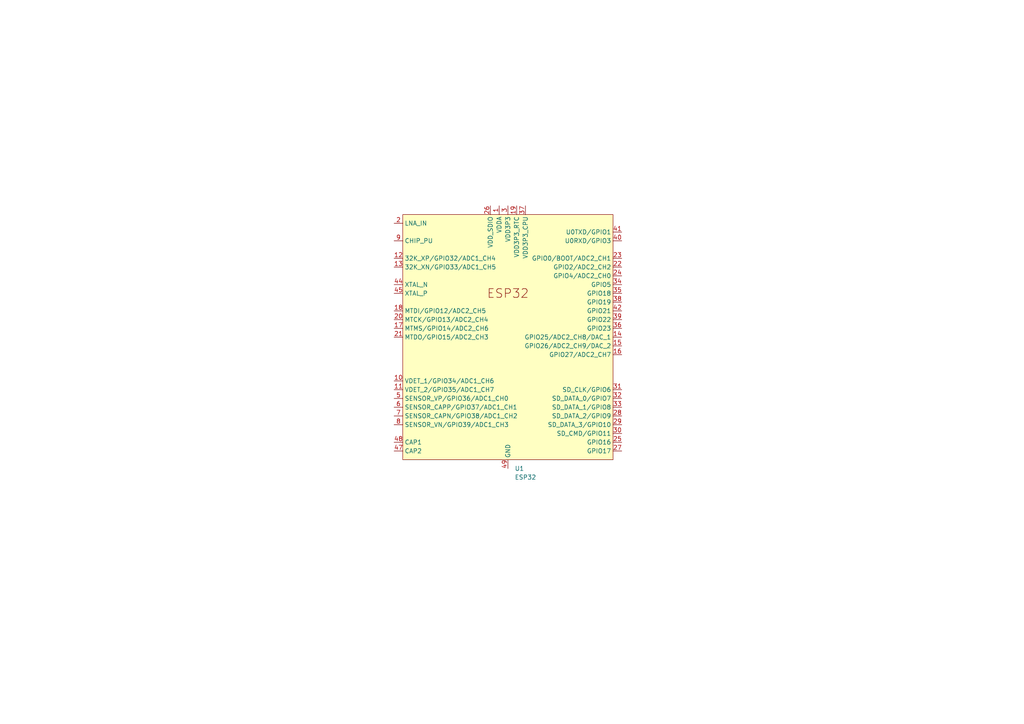
<source format=kicad_sch>
(kicad_sch (version 20230121) (generator eeschema)
  (paper "A4")
  (lib_symbols
    (symbol "Espressif:ESP32"
      (property "Reference" "U" (at -30.48 40.64 0))
      (property "Value" "ESP32" (at -30.48 38.1 0))
      (symbol "ESP32_0_0"
        (text "ESP32" (at 0 12.7 0) (effects (font (size 2.54 2.54))))
      )
      (symbol "ESP32_1_1"
        (rectangle (start -30.48 35.56) (end 30.48 -35.56) (fill (type background)))
        (pin power_in line (at -2.54 38.1 270) (length 2.54) (name "VDDA") (number "1"))
        (pin input line (at -33.02 -12.7 0) (length 2.54) (name "VDET_1/GPIO34/ADC1_CH6") (number "10"))
        (pin input line (at -33.02 -15.24 0) (length 2.54) (name "VDET_2/GPIO35/ADC1_CH7") (number "11"))
        (pin bidirectional line (at -33.02 22.86 0) (length 2.54) (name "32K_XP/GPIO32/ADC1_CH4") (number "12"))
        (pin bidirectional line (at -33.02 20.32 0) (length 2.54) (name "32K_XN/GPIO33/ADC1_CH5") (number "13"))
        (pin bidirectional line (at 33.02 0 180) (length 2.54) (name "GPIO25/ADC2_CH8/DAC_1") (number "14"))
        (pin bidirectional line (at 33.02 -2.54 180) (length 2.54) (name "GPIO26/ADC2_CH9/DAC_2") (number "15"))
        (pin bidirectional line (at 33.02 -5.08 180) (length 2.54) (name "GPIO27/ADC2_CH7") (number "16"))
        (pin bidirectional line (at -33.02 2.54 0) (length 2.54) (name "MTMS/GPIO14/ADC2_CH6") (number "17"))
        (pin bidirectional line (at -33.02 7.62 0) (length 2.54) (name "MTDI/GPIO12/ADC2_CH5") (number "18"))
        (pin power_in line (at 2.54 38.1 270) (length 2.54) (name "VDD3P3_RTC") (number "19"))
        (pin bidirectional line (at -33.02 33.02 0) (length 2.54) (name "LNA_IN") (number "2"))
        (pin bidirectional line (at -33.02 5.08 0) (length 2.54) (name "MTCK/GPIO13/ADC2_CH4") (number "20"))
        (pin bidirectional line (at -33.02 0 0) (length 2.54) (name "MTDO/GPIO15/ADC2_CH3") (number "21"))
        (pin bidirectional line (at 33.02 20.32 180) (length 2.54) (name "GPIO2/ADC2_CH2") (number "22"))
        (pin bidirectional line (at 33.02 22.86 180) (length 2.54) (name "GPIO0/BOOT/ADC2_CH1") (number "23"))
        (pin bidirectional line (at 33.02 17.78 180) (length 2.54) (name "GPIO4/ADC2_CH0") (number "24"))
        (pin bidirectional line (at 33.02 -30.48 180) (length 2.54) (name "GPIO16") (number "25"))
        (pin power_out line (at -5.08 38.1 270) (length 2.54) (name "VDD_SDIO") (number "26"))
        (pin bidirectional line (at 33.02 -33.02 180) (length 2.54) (name "GPIO17") (number "27"))
        (pin bidirectional line (at 33.02 -22.86 180) (length 2.54) (name "SD_DATA_2/GPIO9") (number "28"))
        (pin bidirectional line (at 33.02 -25.4 180) (length 2.54) (name "SD_DATA_3/GPIO10") (number "29"))
        (pin power_in line (at 0 38.1 270) (length 2.54) (name "VDD3P3") (number "3"))
        (pin bidirectional line (at 33.02 -27.94 180) (length 2.54) (name "SD_CMD/GPIO11") (number "30"))
        (pin bidirectional line (at 33.02 -15.24 180) (length 2.54) (name "SD_CLK/GPIO6") (number "31"))
        (pin bidirectional line (at 33.02 -17.78 180) (length 2.54) (name "SD_DATA_0/GPIO7") (number "32"))
        (pin bidirectional line (at 33.02 -20.32 180) (length 2.54) (name "SD_DATA_1/GPIO8") (number "33"))
        (pin bidirectional line (at 33.02 15.24 180) (length 2.54) (name "GPIO5") (number "34"))
        (pin bidirectional line (at 33.02 12.7 180) (length 2.54) (name "GPIO18") (number "35"))
        (pin bidirectional line (at 33.02 2.54 180) (length 2.54) (name "GPIO23") (number "36"))
        (pin power_in line (at 5.08 38.1 270) (length 2.54) (name "VDD3P3_CPU") (number "37"))
        (pin bidirectional line (at 33.02 10.16 180) (length 2.54) (name "GPIO19") (number "38"))
        (pin bidirectional line (at 33.02 5.08 180) (length 2.54) (name "GPIO22") (number "39"))
        (pin passive line (at 0 38.1 270) (length 2.54) hide (name "VDD3P3") (number "4"))
        (pin bidirectional line (at 33.02 27.94 180) (length 2.54) (name "U0RXD/GPIO3") (number "40"))
        (pin bidirectional line (at 33.02 30.48 180) (length 2.54) (name "U0TXD/GPIO1") (number "41"))
        (pin bidirectional line (at 33.02 7.62 180) (length 2.54) (name "GPIO21") (number "42"))
        (pin passive line (at -2.54 38.1 270) (length 2.54) hide (name "VDDA") (number "43"))
        (pin output line (at -33.02 15.24 0) (length 2.54) (name "XTAL_N") (number "44"))
        (pin input line (at -33.02 12.7 0) (length 2.54) (name "XTAL_P") (number "45"))
        (pin passive line (at -2.54 38.1 270) (length 2.54) hide (name "VDDA") (number "46"))
        (pin input line (at -33.02 -33.02 0) (length 2.54) (name "CAP2") (number "47"))
        (pin input line (at -33.02 -30.48 0) (length 2.54) (name "CAP1") (number "48"))
        (pin power_in line (at 0 -38.1 90) (length 2.54) (name "GND") (number "49"))
        (pin input line (at -33.02 -17.78 0) (length 2.54) (name "SENSOR_VP/GPIO36/ADC1_CH0") (number "5"))
        (pin input line (at -33.02 -20.32 0) (length 2.54) (name "SENSOR_CAPP/GPIO37/ADC1_CH1") (number "6"))
        (pin input line (at -33.02 -22.86 0) (length 2.54) (name "SENSOR_CAPN/GPIO38/ADC1_CH2") (number "7"))
        (pin input line (at -33.02 -25.4 0) (length 2.54) (name "SENSOR_VN/GPIO39/ADC1_CH3") (number "8"))
        (pin input line (at -33.02 27.94 0) (length 2.54) (name "CHIP_PU") (number "9"))
      )
    )
  )
  (symbol (lib_id "Espressif:ESP32") (at 147.32 97.79 0) (unit 1)
    (property "Reference" "U1" (at 149.2759 135.89 0) (effects (justify left)))
    (property "Value" "ESP32" (at 149.2759 138.43 0) (effects (justify left)))
    (property "Footprint" "Package_DFN_QFN:QFN-48-1EP_6x6mm_P0.4mm_EP4.3x4.3mm" (effects hide))
    (property "Datasheet" "https://www.espressif.com/sites/default/files/documentation/esp32_datasheet_en.pdf" (effects hide))
  )
)
</source>
